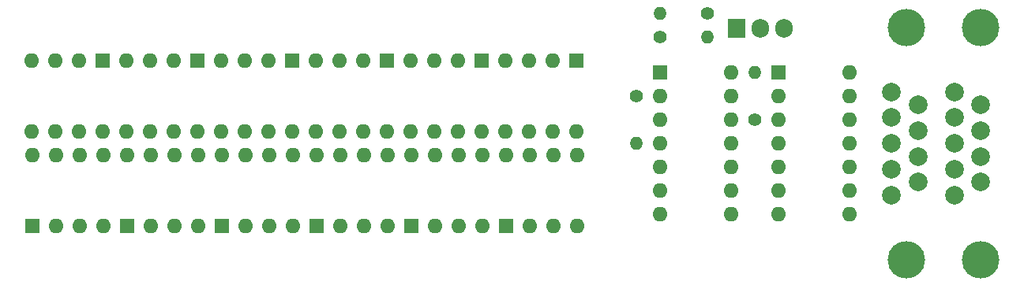
<source format=gbr>
%TF.GenerationSoftware,KiCad,Pcbnew,7.0.5*%
%TF.CreationDate,2024-09-25T18:42:41-04:00*%
%TF.ProjectId,stepper_motor_controller_3_for_cnc,73746570-7065-4725-9f6d-6f746f725f63,rev?*%
%TF.SameCoordinates,Original*%
%TF.FileFunction,Soldermask,Top*%
%TF.FilePolarity,Negative*%
%FSLAX46Y46*%
G04 Gerber Fmt 4.6, Leading zero omitted, Abs format (unit mm)*
G04 Created by KiCad (PCBNEW 7.0.5) date 2024-09-25 18:42:41*
%MOMM*%
%LPD*%
G01*
G04 APERTURE LIST*
%ADD10C,1.400000*%
%ADD11O,1.400000X1.400000*%
%ADD12C,2.004000*%
%ADD13C,4.014000*%
%ADD14R,1.600000X1.600000*%
%ADD15O,1.600000X1.600000*%
%ADD16R,1.905000X2.000000*%
%ADD17O,1.905000X2.000000*%
G04 APERTURE END LIST*
D10*
%TO.C,R37*%
X91503800Y45140000D03*
D11*
X96583800Y45140000D03*
%TD*%
D12*
%TO.C,J2*%
X123098800Y28170000D03*
X116348800Y28170000D03*
X123098800Y30940000D03*
X116348800Y30940000D03*
X123098800Y33710000D03*
X116348800Y33710000D03*
X123098800Y36480000D03*
X116348800Y36480000D03*
X123098800Y39250000D03*
X116348800Y39250000D03*
X125938800Y29555000D03*
X119188800Y29555000D03*
X125938800Y32325000D03*
X119188800Y32325000D03*
X125938800Y35095000D03*
X119188800Y35095000D03*
X125938800Y37865000D03*
X119188800Y37865000D03*
D13*
X117938800Y21220000D03*
X125938800Y21220000D03*
X117938800Y46200000D03*
X125938800Y46200000D03*
%TD*%
D14*
%TO.C,U24*%
X72443800Y42590000D03*
D15*
X69903800Y42590000D03*
X67363800Y42590000D03*
X64823800Y42590000D03*
X64823800Y34970000D03*
X67363800Y34970000D03*
X69903800Y34970000D03*
X72443800Y34970000D03*
%TD*%
D14*
%TO.C,U27*%
X75003800Y24830000D03*
D15*
X77543800Y24830000D03*
X80083800Y24830000D03*
X82623800Y24830000D03*
X82623800Y32450000D03*
X80083800Y32450000D03*
X77543800Y32450000D03*
X75003800Y32450000D03*
%TD*%
D14*
%TO.C,U26*%
X82603800Y42590000D03*
D15*
X80063800Y42590000D03*
X77523800Y42590000D03*
X74983800Y42590000D03*
X74983800Y34970000D03*
X77523800Y34970000D03*
X80063800Y34970000D03*
X82603800Y34970000D03*
%TD*%
D10*
%TO.C,R38*%
X96583800Y47680000D03*
D11*
X91503800Y47680000D03*
%TD*%
D14*
%TO.C,U10*%
X54683800Y24830000D03*
D15*
X57223800Y24830000D03*
X59763800Y24830000D03*
X62303800Y24830000D03*
X62303800Y32450000D03*
X59763800Y32450000D03*
X57223800Y32450000D03*
X54683800Y32450000D03*
%TD*%
D14*
%TO.C,U1*%
X91503800Y41330000D03*
D15*
X91503800Y38790000D03*
X91503800Y36250000D03*
X91503800Y33710000D03*
X91503800Y31170000D03*
X91503800Y28630000D03*
X91503800Y26090000D03*
X99123800Y26090000D03*
X99123800Y28630000D03*
X99123800Y31170000D03*
X99123800Y33710000D03*
X99123800Y36250000D03*
X99123800Y38790000D03*
X99123800Y41330000D03*
%TD*%
D14*
%TO.C,U8*%
X44513800Y24820000D03*
D15*
X47053800Y24820000D03*
X49593800Y24820000D03*
X52133800Y24820000D03*
X52133800Y32440000D03*
X49593800Y32440000D03*
X47053800Y32440000D03*
X44513800Y32440000D03*
%TD*%
D14*
%TO.C,U5*%
X41953800Y42590000D03*
D15*
X39413800Y42590000D03*
X36873800Y42590000D03*
X34333800Y42590000D03*
X34333800Y34970000D03*
X36873800Y34970000D03*
X39413800Y34970000D03*
X41953800Y34970000D03*
%TD*%
D14*
%TO.C,U7*%
X52113800Y42590000D03*
D15*
X49573800Y42590000D03*
X47033800Y42590000D03*
X44493800Y42590000D03*
X44493800Y34970000D03*
X47033800Y34970000D03*
X49573800Y34970000D03*
X52113800Y34970000D03*
%TD*%
D14*
%TO.C,U6*%
X34363800Y24830000D03*
D15*
X36903800Y24830000D03*
X39443800Y24830000D03*
X41983800Y24830000D03*
X41983800Y32450000D03*
X39443800Y32450000D03*
X36903800Y32450000D03*
X34363800Y32450000D03*
%TD*%
D14*
%TO.C,U4*%
X24203800Y24830000D03*
D15*
X26743800Y24830000D03*
X29283800Y24830000D03*
X31823800Y24830000D03*
X31823800Y32450000D03*
X29283800Y32450000D03*
X26743800Y32450000D03*
X24203800Y32450000D03*
%TD*%
D10*
%TO.C,R18*%
X88963800Y38790000D03*
D11*
X88963800Y33710000D03*
%TD*%
D14*
%TO.C,U3*%
X104203800Y41330000D03*
D15*
X104203800Y38790000D03*
X104203800Y36250000D03*
X104203800Y33710000D03*
X104203800Y31170000D03*
X104203800Y28630000D03*
X104203800Y26090000D03*
X111823800Y26090000D03*
X111823800Y28630000D03*
X111823800Y31170000D03*
X111823800Y33710000D03*
X111823800Y36250000D03*
X111823800Y38790000D03*
X111823800Y41330000D03*
%TD*%
D14*
%TO.C,U25*%
X64843800Y24830000D03*
D15*
X67383800Y24830000D03*
X69923800Y24830000D03*
X72463800Y24830000D03*
X72463800Y32450000D03*
X69923800Y32450000D03*
X67383800Y32450000D03*
X64843800Y32450000D03*
%TD*%
D10*
%TO.C,R17*%
X101663800Y36250000D03*
D11*
X101663800Y41330000D03*
%TD*%
D14*
%TO.C,U9*%
X62273800Y42590000D03*
D15*
X59733800Y42590000D03*
X57193800Y42590000D03*
X54653800Y42590000D03*
X54653800Y34970000D03*
X57193800Y34970000D03*
X59733800Y34970000D03*
X62273800Y34970000D03*
%TD*%
D16*
%TO.C,U11*%
X99758800Y46100000D03*
D17*
X102298800Y46100000D03*
X104838800Y46100000D03*
%TD*%
D14*
%TO.C,U2*%
X31793800Y42590000D03*
D15*
X29253800Y42590000D03*
X26713800Y42590000D03*
X24173800Y42590000D03*
X24173800Y34970000D03*
X26713800Y34970000D03*
X29253800Y34970000D03*
X31793800Y34970000D03*
%TD*%
M02*

</source>
